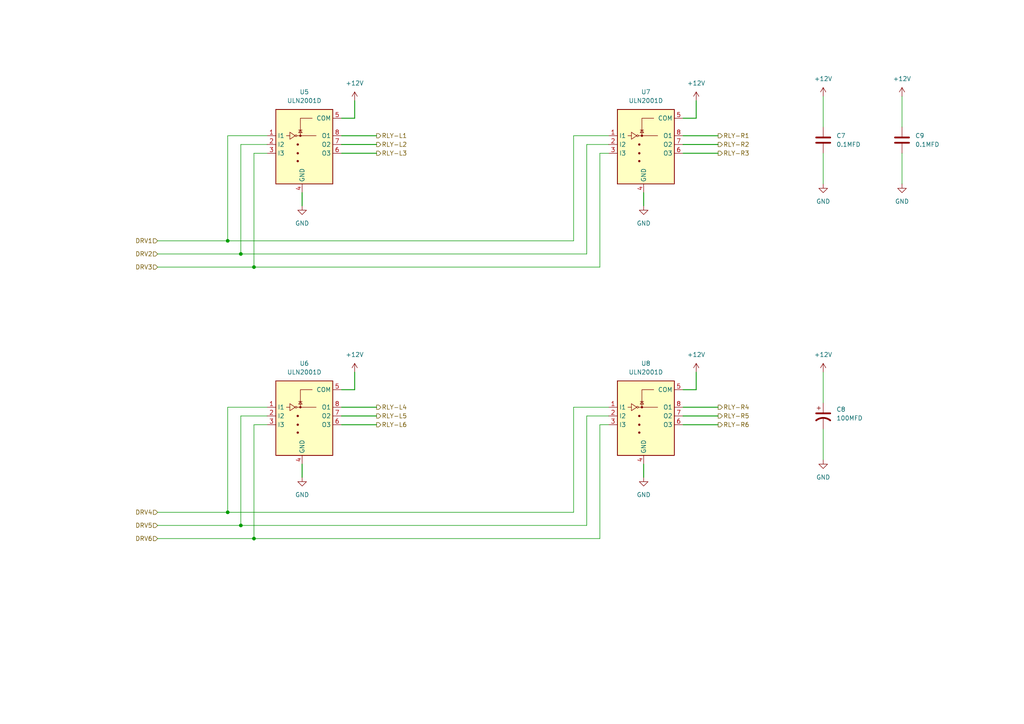
<source format=kicad_sch>
(kicad_sch (version 20211123) (generator eeschema)
  (paper "A4")
  (title_block (title "6-Channel Speaker Selector") (date "2022-11-04") (rev "2.0.0") (company "Dilshan R Jayakody") (comment 1 "jayakody2000lk.blogspot.com") (comment 2 "jayakody2000lk@gmail.com") (comment 3 "https://github.com/dilshan/6ch-speaker-selector"))
  (lib_symbols
    (symbol "Device:C" (pin_numbers hide) (pin_names (offset 0.254))
      (property "Reference" "C" (at 0.635 2.54 0))
      (property "Value" "C" (at 0.635 -2.54 0))
      (symbol "C_0_1"
        (polyline (pts (xy -2.032 -0.762) (xy 2.032 -0.762)) (stroke (width 0.508)))
        (polyline (pts (xy -2.032 0.762) (xy 2.032 0.762)) (stroke (width 0.508)))
      )
      (symbol "C_1_1"
        (pin passive line (at 0 3.81 270) (length 2.794) (name "~") (number "1"))
        (pin passive line (at 0 -3.81 90) (length 2.794) (name "~") (number "2"))
      )
    )
    (symbol "Device:C_Polarized_US" (pin_numbers hide) (pin_names (offset 0.254) hide)
      (property "Reference" "C" (at 0.635 2.54 0))
      (property "Value" "C_Polarized_US" (at 0.635 -2.54 0))
      (symbol "C_Polarized_US_0_1"
        (polyline (pts (xy -2.032 0.762) (xy 2.032 0.762)) (stroke (width 0.508)))
        (polyline (pts (xy -1.778 2.286) (xy -0.762 2.286)))
        (polyline (pts (xy -1.27 1.778) (xy -1.27 2.794)))
        (arc (start 2.032 -1.27) (mid 0 -0.5572) (end -2.032 -1.27) (stroke (width 0.508)))
      )
      (symbol "C_Polarized_US_1_1"
        (pin passive line (at 0 3.81 270) (length 2.794) (name "~") (number "1"))
        (pin passive line (at 0 -3.81 90) (length 3.302) (name "~") (number "2"))
      )
    )
    (symbol "power:+12V" (power) (pin_names (offset 0))
      (property "Value" "+12V" (at 0 3.556 0))
      (symbol "+12V_0_1"
        (polyline (pts (xy -0.762 1.27) (xy 0 2.54)))
        (polyline (pts (xy 0 0) (xy 0 2.54)))
        (polyline (pts (xy 0 2.54) (xy 0.762 1.27)))
      )
      (symbol "+12V_1_1"
        (pin power_in line (at 0 0 90) (length 0) hide (name "+12V") (number "1"))
      )
    )
    (symbol "power:GND" (power) (pin_names (offset 0))
      (property "Value" "GND" (at 0 -3.81 0))
      (symbol "GND_0_1"
        (polyline (pts (xy 0 0) (xy 0 -1.27) (xy 1.27 -1.27) (xy 0 -2.54) (xy -1.27 -1.27) (xy 0 -1.27)))
      )
      (symbol "GND_1_1"
        (pin power_in line (at 0 0 270) (length 0) hide (name "GND") (number "1"))
      )
    )
    (symbol "speaker-selector:ULN2001D"
      (property "Reference" "U" (at 0 15.24 0))
      (property "Value" "ULN2001D" (at 0 12.7 0))
      (symbol "ULN2001D_0_1"
        (rectangle (start -7.62 10.16) (end 8.89 -11.43) (stroke (width 0.254)) (fill (type background)))
        (circle (center -1.778 2.54) (radius 0.254))
        (circle (center -1.27 -4.826) (radius 0.254) (fill (type outline)))
        (circle (center -1.27 -2.54) (radius 0.254) (fill (type outline)))
        (circle (center -1.27 0) (radius 0.254) (fill (type outline)))
        (circle (center -0.508 2.54) (radius 0.254) (fill (type outline)))
        (polyline (pts (xy -4.572 2.54) (xy -3.556 2.54)))
        (polyline (pts (xy -1.524 2.54) (xy 4.064 2.54)))
        (polyline (pts (xy 0 4.191) (xy -1.016 4.191)))
        (polyline (pts (xy -0.508 2.54) (xy -0.508 7.62) (xy 2.921 7.62)))
        (polyline (pts (xy -3.556 3.556) (xy -3.556 1.524) (xy -2.032 2.54) (xy -3.556 3.556)))
        (polyline (pts (xy 0 3.429) (xy -1.016 3.429) (xy -0.508 4.191) (xy 0 3.429)))
      )
      (symbol "ULN2001D_1_1"
        (pin input line (at -10.16 2.54 0) (length 2.54) (name "I1") (number "1"))
        (pin input line (at -10.16 0 0) (length 2.54) (name "I2") (number "2"))
        (pin input line (at -10.16 -2.54 0) (length 2.54) (name "I3") (number "3"))
        (pin power_in line (at 0 -13.97 90) (length 2.54) (name "GND") (number "4"))
        (pin passive line (at 11.43 7.62 180) (length 2.54) (name "COM") (number "5"))
        (pin open_collector line (at 11.43 -2.54 180) (length 2.54) (name "O3") (number "6"))
        (pin open_collector line (at 11.43 0 180) (length 2.54) (name "O2") (number "7"))
        (pin open_collector line (at 11.43 2.54 180) (length 2.54) (name "O1") (number "8"))
      )
    )
  )
  (junction (at 69.85 73.66))
  (junction (at 73.66 156.21))
  (junction (at 73.66 77.47))
  (junction (at 66.04 148.59))
  (junction (at 69.85 152.4))
  (junction (at 66.04 69.85))
  (wire (pts (xy 69.85 41.91) (xy 69.85 73.66)))
  (wire (pts (xy 73.66 77.47) (xy 173.99 77.47)))
  (wire (pts (xy 170.18 73.66) (xy 170.18 41.91)))
  (wire (pts (xy 173.99 77.47) (xy 173.99 44.45)))
  (wire (pts (xy 45.72 156.21) (xy 73.66 156.21)))
  (wire (pts (xy 73.66 123.19) (xy 77.47 123.19)))
  (wire (pts (xy 99.06 39.37) (xy 109.22 39.37)) (stroke (width 0.25)))
  (wire (pts (xy 166.37 118.11) (xy 176.53 118.11)))
  (wire (pts (xy 73.66 156.21) (xy 173.99 156.21)))
  (wire (pts (xy 45.72 152.4) (xy 69.85 152.4)))
  (wire (pts (xy 170.18 152.4) (xy 170.18 120.65)))
  (wire (pts (xy 66.04 39.37) (xy 66.04 69.85)))
  (wire (pts (xy 102.87 29.21) (xy 102.87 34.29)) (stroke (width 0.25)))
  (wire (pts (xy 198.12 39.37) (xy 208.28 39.37)) (stroke (width 0.25)))
  (wire (pts (xy 77.47 39.37) (xy 66.04 39.37)))
  (wire (pts (xy 261.62 27.94) (xy 261.62 36.83)))
  (wire (pts (xy 198.12 123.19) (xy 208.28 123.19)) (stroke (width 0.25)))
  (wire (pts (xy 186.69 55.88) (xy 186.69 59.69)) (stroke (width 0.25)))
  (wire (pts (xy 173.99 123.19) (xy 176.53 123.19)))
  (wire (pts (xy 73.66 44.45) (xy 73.66 77.47)))
  (wire (pts (xy 198.12 44.45) (xy 208.28 44.45)) (stroke (width 0.25)))
  (wire (pts (xy 173.99 156.21) (xy 173.99 123.19)))
  (wire (pts (xy 170.18 41.91) (xy 176.53 41.91)))
  (wire (pts (xy 198.12 118.11) (xy 208.28 118.11)) (stroke (width 0.25)))
  (wire (pts (xy 238.76 107.95) (xy 238.76 116.84)))
  (wire (pts (xy 173.99 44.45) (xy 176.53 44.45)))
  (wire (pts (xy 198.12 41.91) (xy 208.28 41.91)) (stroke (width 0.25)))
  (wire (pts (xy 69.85 120.65) (xy 77.47 120.65)))
  (wire (pts (xy 102.87 113.03) (xy 99.06 113.03)) (stroke (width 0.25)))
  (wire (pts (xy 45.72 69.85) (xy 66.04 69.85)))
  (wire (pts (xy 102.87 34.29) (xy 99.06 34.29)) (stroke (width 0.25)))
  (wire (pts (xy 102.87 107.95) (xy 102.87 113.03)) (stroke (width 0.25)))
  (wire (pts (xy 99.06 41.91) (xy 109.22 41.91)) (stroke (width 0.25)))
  (wire (pts (xy 198.12 120.65) (xy 208.28 120.65)) (stroke (width 0.25)))
  (wire (pts (xy 238.76 44.45) (xy 238.76 53.34)))
  (wire (pts (xy 73.66 123.19) (xy 73.66 156.21)))
  (wire (pts (xy 238.76 27.94) (xy 238.76 36.83)))
  (wire (pts (xy 166.37 39.37) (xy 176.53 39.37)))
  (wire (pts (xy 261.62 44.45) (xy 261.62 53.34)))
  (wire (pts (xy 166.37 148.59) (xy 166.37 118.11)))
  (wire (pts (xy 45.72 73.66) (xy 69.85 73.66)))
  (wire (pts (xy 69.85 120.65) (xy 69.85 152.4)))
  (wire (pts (xy 186.69 134.62) (xy 186.69 138.43)) (stroke (width 0.25)))
  (wire (pts (xy 66.04 148.59) (xy 166.37 148.59)))
  (wire (pts (xy 69.85 152.4) (xy 170.18 152.4)))
  (wire (pts (xy 201.93 113.03) (xy 198.12 113.03)) (stroke (width 0.25)))
  (wire (pts (xy 99.06 118.11) (xy 109.22 118.11)) (stroke (width 0.25)))
  (wire (pts (xy 77.47 41.91) (xy 69.85 41.91)))
  (wire (pts (xy 87.63 55.88) (xy 87.63 59.69)) (stroke (width 0.25)))
  (wire (pts (xy 87.63 134.62) (xy 87.63 138.43)) (stroke (width 0.25)))
  (wire (pts (xy 238.76 124.46) (xy 238.76 133.35)))
  (wire (pts (xy 99.06 44.45) (xy 109.22 44.45)) (stroke (width 0.25)))
  (wire (pts (xy 66.04 118.11) (xy 66.04 148.59)))
  (wire (pts (xy 170.18 120.65) (xy 176.53 120.65)))
  (wire (pts (xy 45.72 148.59) (xy 66.04 148.59)))
  (wire (pts (xy 201.93 29.21) (xy 201.93 34.29)) (stroke (width 0.25)))
  (wire (pts (xy 99.06 120.65) (xy 109.22 120.65)) (stroke (width 0.25)))
  (wire (pts (xy 45.72 77.47) (xy 73.66 77.47)))
  (wire (pts (xy 66.04 118.11) (xy 77.47 118.11)))
  (wire (pts (xy 99.06 123.19) (xy 109.22 123.19)) (stroke (width 0.25)))
  (wire (pts (xy 69.85 73.66) (xy 170.18 73.66)))
  (wire (pts (xy 66.04 69.85) (xy 166.37 69.85)))
  (wire (pts (xy 77.47 44.45) (xy 73.66 44.45)))
  (wire (pts (xy 201.93 107.95) (xy 201.93 113.03)) (stroke (width 0.25)))
  (wire (pts (xy 201.93 34.29) (xy 198.12 34.29)) (stroke (width 0.25)))
  (wire (pts (xy 166.37 69.85) (xy 166.37 39.37)))
  (hierarchical_label "RLY-L2" (shape output) (at 109.22 41.91 0))
  (hierarchical_label "RLY-R3" (shape output) (at 208.28 44.45 0))
  (hierarchical_label "RLY-R4" (shape output) (at 208.28 118.11 0))
  (hierarchical_label "RLY-L4" (shape output) (at 109.22 118.11 0))
  (hierarchical_label "RLY-L1" (shape output) (at 109.22 39.37 0))
  (hierarchical_label "RLY-L5" (shape output) (at 109.22 120.65 0))
  (hierarchical_label "RLY-R1" (shape output) (at 208.28 39.37 0))
  (hierarchical_label "RLY-L3" (shape output) (at 109.22 44.45 0))
  (hierarchical_label "DRV4" (shape input) (at 45.72 148.59 180))
  (hierarchical_label "DRV6" (shape input) (at 45.72 156.21 180))
  (hierarchical_label "RLY-R6" (shape output) (at 208.28 123.19 0))
  (hierarchical_label "DRV5" (shape input) (at 45.72 152.4 180))
  (hierarchical_label "RLY-R5" (shape output) (at 208.28 120.65 0))
  (hierarchical_label "RLY-L6" (shape output) (at 109.22 123.19 0))
  (hierarchical_label "DRV3" (shape input) (at 45.72 77.47 180))
  (hierarchical_label "DRV2" (shape input) (at 45.72 73.66 180))
  (hierarchical_label "DRV1" (shape input) (at 45.72 69.85 180))
  (hierarchical_label "RLY-R2" (shape output) (at 208.28 41.91 0))
  (symbol (lib_id "power:+12V") (at 238.76 107.95 0) (unit 1)
    (property "Reference" "#PWR053" (effects hide))
    (property "Value" "+12V" (at 238.76 102.87 0))
  )
  (symbol (lib_id "power:+12V") (at 102.87 29.21 0) (unit 1)
    (property "Reference" "#PWR045" (effects hide))
    (property "Value" "+12V" (at 102.87 24.13 0))
  )
  (symbol (lib_id "power:GND") (at 238.76 53.34 0) (unit 1)
    (property "Reference" "#PWR052" (effects hide))
    (property "Value" "GND" (at 238.76 58.42 0))
  )
  (symbol (lib_id "power:GND") (at 238.76 133.35 0) (unit 1)
    (property "Reference" "#PWR054" (effects hide))
    (property "Value" "GND" (at 238.76 138.43 0))
  )
  (symbol (lib_id "power:GND") (at 186.69 59.69 0) (unit 1)
    (property "Reference" "#PWR047" (effects hide))
    (property "Value" "GND" (at 186.69 64.77 0))
  )
  (symbol (lib_id "Device:C_Polarized_US") (at 238.76 120.65 0) (unit 1)
    (property "Reference" "C8" (at 242.57 118.7449 0) (effects (justify left)))
    (property "Value" "100MFD" (at 242.57 121.2849 0) (effects (justify left)))
    (property "Footprint" "Capacitor_THT:CP_Radial_D6.3mm_P2.50mm" (effects hide))
  )
  (symbol (lib_id "power:GND") (at 87.63 59.69 0) (unit 1)
    (property "Reference" "#PWR043" (effects hide))
    (property "Value" "GND" (at 87.63 64.77 0))
  )
  (symbol (lib_id "power:GND") (at 186.69 138.43 0) (unit 1)
    (property "Reference" "#PWR048" (effects hide))
    (property "Value" "GND" (at 186.69 143.51 0))
  )
  (symbol (lib_id "speaker-selector:ULN2001D") (at 87.63 120.65 0) (unit 1)
    (property "Reference" "U6" (at 88.265 105.41 0))
    (property "Value" "ULN2001D" (at 88.265 107.95 0))
    (property "Footprint" "Package_SO:SOP-8_3.9x4.9mm_P1.27mm" (effects hide))
    (property "Datasheet" "http://www.unisonic.com.tw/datasheet/ULN2001.pdf" (effects hide))
  )
  (symbol (lib_id "Device:C") (at 261.62 40.64 0) (unit 1)
    (property "Reference" "C9" (at 265.43 39.3699 0) (effects (justify left)))
    (property "Value" "0.1MFD" (at 265.43 41.9099 0) (effects (justify left)))
    (property "Footprint" "Capacitor_SMD:C_0805_2012Metric_Pad1.18x1.45mm_HandSolder" (effects hide))
  )
  (symbol (lib_id "speaker-selector:ULN2001D") (at 186.69 120.65 0) (unit 1)
    (property "Reference" "U8" (at 187.325 105.41 0))
    (property "Value" "ULN2001D" (at 187.325 107.95 0))
    (property "Footprint" "Package_SO:SOP-8_3.9x4.9mm_P1.27mm" (effects hide))
    (property "Datasheet" "http://www.unisonic.com.tw/datasheet/ULN2001.pdf" (effects hide))
  )
  (symbol (lib_id "power:GND") (at 261.62 53.34 0) (unit 1)
    (property "Reference" "#PWR056" (effects hide))
    (property "Value" "GND" (at 261.62 58.42 0))
  )
  (symbol (lib_id "Device:C") (at 238.76 40.64 0) (unit 1)
    (property "Reference" "C7" (at 242.57 39.3699 0) (effects (justify left)))
    (property "Value" "0.1MFD" (at 242.57 41.9099 0) (effects (justify left)))
    (property "Footprint" "Capacitor_SMD:C_0805_2012Metric_Pad1.18x1.45mm_HandSolder" (effects hide))
  )
  (symbol (lib_id "power:+12V") (at 201.93 29.21 0) (unit 1)
    (property "Reference" "#PWR049" (effects hide))
    (property "Value" "+12V" (at 201.93 24.13 0))
  )
  (symbol (lib_id "speaker-selector:ULN2001D") (at 87.63 41.91 0) (unit 1)
    (property "Reference" "U5" (at 88.265 26.67 0))
    (property "Value" "ULN2001D" (at 88.265 29.21 0))
    (property "Footprint" "Package_SO:SOP-8_3.9x4.9mm_P1.27mm" (effects hide))
    (property "Datasheet" "http://www.unisonic.com.tw/datasheet/ULN2001.pdf" (effects hide))
  )
  (symbol (lib_id "power:+12V") (at 102.87 107.95 0) (unit 1)
    (property "Reference" "#PWR046" (effects hide))
    (property "Value" "+12V" (at 102.87 102.87 0))
  )
  (symbol (lib_id "power:+12V") (at 261.62 27.94 0) (unit 1)
    (property "Reference" "#PWR055" (effects hide))
    (property "Value" "+12V" (at 261.62 22.86 0))
  )
  (symbol (lib_id "power:+12V") (at 201.93 107.95 0) (unit 1)
    (property "Reference" "#PWR050" (effects hide))
    (property "Value" "+12V" (at 201.93 102.87 0))
  )
  (symbol (lib_id "speaker-selector:ULN2001D") (at 186.69 41.91 0) (unit 1)
    (property "Reference" "U7" (at 187.325 26.67 0))
    (property "Value" "ULN2001D" (at 187.325 29.21 0))
    (property "Footprint" "Package_SO:SOP-8_3.9x4.9mm_P1.27mm" (effects hide))
    (property "Datasheet" "http://www.unisonic.com.tw/datasheet/ULN2001.pdf" (effects hide))
  )
  (symbol (lib_id "power:GND") (at 87.63 138.43 0) (unit 1)
    (property "Reference" "#PWR044" (effects hide))
    (property "Value" "GND" (at 87.63 143.51 0))
  )
  (symbol (lib_id "power:+12V") (at 238.76 27.94 0) (unit 1)
    (property "Reference" "#PWR051" (effects hide))
    (property "Value" "+12V" (at 238.76 22.86 0))
  )
)
</source>
